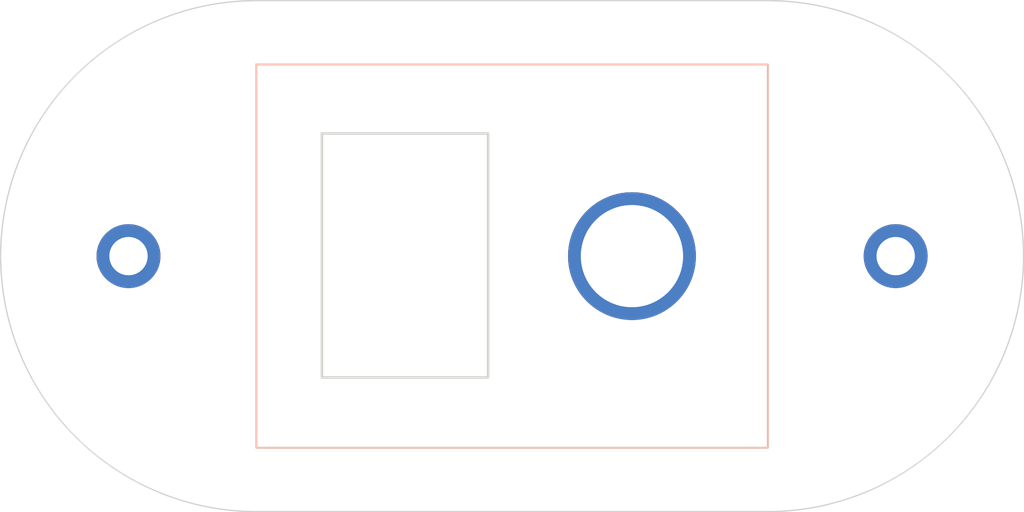
<source format=kicad_pcb>
(kicad_pcb (version 20211014) (generator pcbnew)

  (general
    (thickness 1.6)
  )

  (paper "A4")
  (layers
    (0 "F.Cu" signal)
    (31 "B.Cu" signal)
    (32 "B.Adhes" user "B.Adhesive")
    (33 "F.Adhes" user "F.Adhesive")
    (34 "B.Paste" user)
    (35 "F.Paste" user)
    (36 "B.SilkS" user "B.Silkscreen")
    (37 "F.SilkS" user "F.Silkscreen")
    (38 "B.Mask" user)
    (39 "F.Mask" user)
    (40 "Dwgs.User" user "User.Drawings")
    (41 "Cmts.User" user "User.Comments")
    (42 "Eco1.User" user "User.Eco1")
    (43 "Eco2.User" user "User.Eco2")
    (44 "Edge.Cuts" user)
    (45 "Margin" user)
    (46 "B.CrtYd" user "B.Courtyard")
    (47 "F.CrtYd" user "F.Courtyard")
    (48 "B.Fab" user)
    (49 "F.Fab" user)
    (50 "User.1" user)
    (51 "User.2" user)
    (52 "User.3" user)
    (53 "User.4" user)
    (54 "User.5" user)
    (55 "User.6" user)
    (56 "User.7" user)
    (57 "User.8" user)
    (58 "User.9" user)
  )

  (setup
    (pad_to_mask_clearance 0)
    (pcbplotparams
      (layerselection 0x00010fc_ffffffff)
      (disableapertmacros false)
      (usegerberextensions false)
      (usegerberattributes true)
      (usegerberadvancedattributes true)
      (creategerberjobfile true)
      (svguseinch false)
      (svgprecision 6)
      (excludeedgelayer true)
      (plotframeref false)
      (viasonmask false)
      (mode 1)
      (useauxorigin false)
      (hpglpennumber 1)
      (hpglpenspeed 20)
      (hpglpendiameter 15.000000)
      (dxfpolygonmode true)
      (dxfimperialunits true)
      (dxfusepcbnewfont true)
      (psnegative false)
      (psa4output false)
      (plotreference true)
      (plotvalue true)
      (plotinvisibletext false)
      (sketchpadsonfab false)
      (subtractmaskfromsilk false)
      (outputformat 1)
      (mirror false)
      (drillshape 1)
      (scaleselection 1)
      (outputdirectory "")
    )
  )

  (net 0 "")

  (gr_rect (start -20 15) (end 20 -15) (layer "B.SilkS") (width 0.15) (fill none) (tstamp 3a7648d8-121a-4921-9b92-9b35b76ce39b))
  (gr_line (start 20 20) (end -20 20) (layer "Edge.Cuts") (width 0.1) (tstamp 0217dfc4-fc13-4699-99ad-d9948522648e))
  (gr_arc (start -20 20) (mid -40 0) (end -20 -20) (layer "Edge.Cuts") (width 0.1) (tstamp 1d9cdadc-9036-4a95-b6db-fa7b3b74c869))
  (gr_line (start -20 -20) (end 20 -20) (layer "Edge.Cuts") (width 0.1) (tstamp 6bfe5804-2ef9-4c65-b2a7-f01e4014370a))
  (gr_arc (start 20 -20) (mid 40 0) (end 20 20) (layer "Edge.Cuts") (width 0.1) (tstamp bd5408e4-362d-4e43-9d39-78fb99eb52c8))
  (gr_rect (start -1.875 -9.6) (end -14.875 9.5) (layer "Edge.Cuts") (width 0.2) (fill none) (tstamp c0eca5ed-bc5e-4618-9bcd-80945bea41ed))

  (via (at -30 0) (size 5) (drill 3) (layers "F.Cu" "B.Cu") (free) (net 0) (tstamp 2f215f15-3d52-4c91-93e6-3ea03a95622f))
  (via (at 9.375 0) (size 10) (drill 8) (layers "F.Cu" "B.Cu") (free) (net 0) (tstamp 61fe293f-6808-4b7f-9340-9aaac7054a97))
  (via (at 30 0) (size 5) (drill 3) (layers "F.Cu" "B.Cu") (free) (net 0) (tstamp 8da933a9-35f8-42e6-8504-d1bab7264306))

)

</source>
